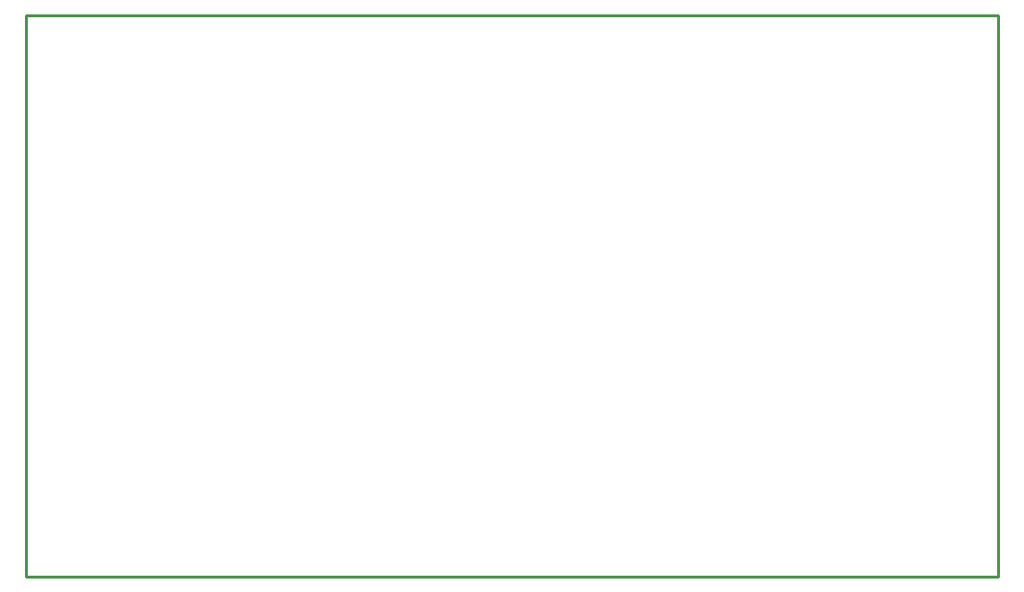
<source format=gko>
G04 Layer: BoardOutline*
G04 EasyEDA v6.4.19.4, 2021-06-27T21:00:09+02:00*
G04 fb06414095cb4972a754c1e5e836c03f,10*
G04 Gerber Generator version 0.2*
G04 Scale: 100 percent, Rotated: No, Reflected: No *
G04 Dimensions in millimeters *
G04 leading zeros omitted , absolute positions ,4 integer and 5 decimal *
%FSLAX45Y45*%
%MOMM*%

%ADD10C,0.2540*%
D10*
X317500Y5118100D02*
G01*
X152400Y5118100D01*
X8722359Y5118100D01*
X8722359Y165100D01*
X152400Y165100D01*
X152400Y5118100D01*
X152400Y5067300D01*

%LPD*%
M02*

</source>
